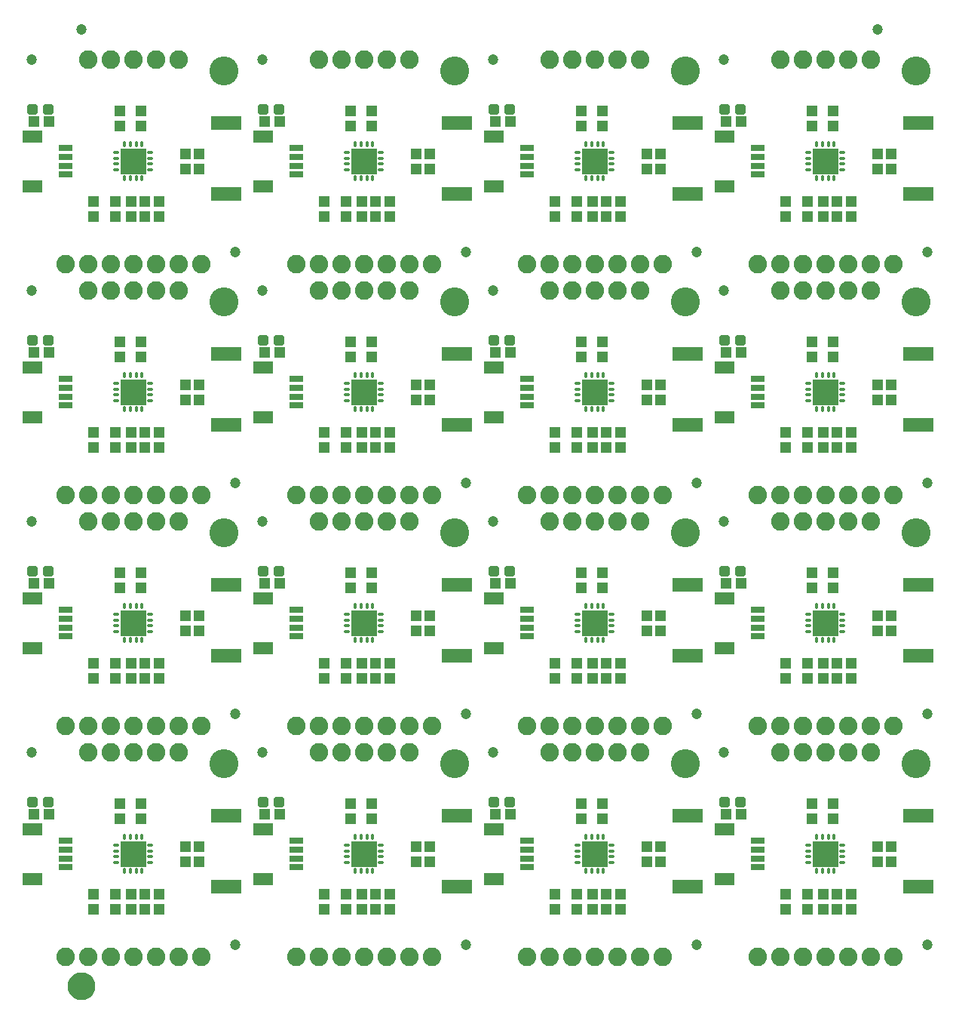
<source format=gts>
G75*
%MOIN*%
%OFA0B0*%
%FSLAX25Y25*%
%IPPOS*%
%LPD*%
%AMOC8*
5,1,8,0,0,1.08239X$1,22.5*
%
%ADD10R,0.08674X0.05524*%
%ADD11R,0.06115X0.03162*%
%ADD12R,0.04737X0.05131*%
%ADD13C,0.01990*%
%ADD14R,0.05131X0.04737*%
%ADD15C,0.08200*%
%ADD16C,0.12800*%
%ADD17C,0.04737*%
%ADD18R,0.13400X0.05900*%
%ADD19R,0.11430X0.11430*%
%ADD20C,0.01378*%
%ADD21C,0.05000*%
%ADD22C,0.06706*%
D10*
X0113865Y0083976D03*
X0113865Y0106024D03*
X0113865Y0185976D03*
X0113865Y0208024D03*
X0113865Y0287976D03*
X0113865Y0310024D03*
X0113865Y0389976D03*
X0113865Y0412024D03*
X0215865Y0412024D03*
X0215865Y0389976D03*
X0317865Y0389976D03*
X0317865Y0412024D03*
X0419865Y0412024D03*
X0419865Y0389976D03*
X0419865Y0310024D03*
X0419865Y0287976D03*
X0419865Y0208024D03*
X0419865Y0185976D03*
X0419865Y0106024D03*
X0419865Y0083976D03*
X0317865Y0083976D03*
X0317865Y0106024D03*
X0317865Y0185976D03*
X0317865Y0208024D03*
X0317865Y0287976D03*
X0317865Y0310024D03*
X0215865Y0310024D03*
X0215865Y0287976D03*
X0215865Y0208024D03*
X0215865Y0185976D03*
X0215865Y0106024D03*
X0215865Y0083976D03*
D11*
X0230333Y0089094D03*
X0230333Y0093031D03*
X0230333Y0096969D03*
X0230333Y0100906D03*
X0332333Y0100906D03*
X0332333Y0096969D03*
X0332333Y0093031D03*
X0332333Y0089094D03*
X0434333Y0089094D03*
X0434333Y0093031D03*
X0434333Y0096969D03*
X0434333Y0100906D03*
X0434333Y0191094D03*
X0434333Y0195031D03*
X0434333Y0198969D03*
X0434333Y0202906D03*
X0332333Y0202906D03*
X0332333Y0198969D03*
X0332333Y0195031D03*
X0332333Y0191094D03*
X0230333Y0191094D03*
X0230333Y0195031D03*
X0230333Y0198969D03*
X0230333Y0202906D03*
X0128333Y0202906D03*
X0128333Y0198969D03*
X0128333Y0195031D03*
X0128333Y0191094D03*
X0128333Y0100906D03*
X0128333Y0096969D03*
X0128333Y0093031D03*
X0128333Y0089094D03*
X0128333Y0293094D03*
X0128333Y0297031D03*
X0128333Y0300969D03*
X0128333Y0304906D03*
X0230333Y0304906D03*
X0230333Y0300969D03*
X0230333Y0297031D03*
X0230333Y0293094D03*
X0332333Y0293094D03*
X0332333Y0297031D03*
X0332333Y0300969D03*
X0332333Y0304906D03*
X0434333Y0304906D03*
X0434333Y0300969D03*
X0434333Y0297031D03*
X0434333Y0293094D03*
X0434333Y0395094D03*
X0434333Y0399031D03*
X0434333Y0402969D03*
X0434333Y0406906D03*
X0332333Y0406906D03*
X0332333Y0402969D03*
X0332333Y0399031D03*
X0332333Y0395094D03*
X0230333Y0395094D03*
X0230333Y0399031D03*
X0230333Y0402969D03*
X0230333Y0406906D03*
X0128333Y0406906D03*
X0128333Y0402969D03*
X0128333Y0399031D03*
X0128333Y0395094D03*
D12*
X0140833Y0383346D03*
X0140833Y0376654D03*
X0150333Y0376654D03*
X0150333Y0383346D03*
X0157333Y0383346D03*
X0163333Y0383346D03*
X0169833Y0383346D03*
X0169833Y0376654D03*
X0163333Y0376654D03*
X0157333Y0376654D03*
X0181333Y0397654D03*
X0187333Y0397654D03*
X0187333Y0404346D03*
X0181333Y0404346D03*
X0161833Y0416654D03*
X0161833Y0423346D03*
X0152333Y0423346D03*
X0152333Y0416654D03*
X0242833Y0383346D03*
X0242833Y0376654D03*
X0252333Y0376654D03*
X0252333Y0383346D03*
X0259333Y0383346D03*
X0265333Y0383346D03*
X0271833Y0383346D03*
X0271833Y0376654D03*
X0265333Y0376654D03*
X0259333Y0376654D03*
X0283333Y0397654D03*
X0289333Y0397654D03*
X0289333Y0404346D03*
X0283333Y0404346D03*
X0263833Y0416654D03*
X0263833Y0423346D03*
X0254333Y0423346D03*
X0254333Y0416654D03*
X0344833Y0383346D03*
X0344833Y0376654D03*
X0354333Y0376654D03*
X0354333Y0383346D03*
X0361333Y0383346D03*
X0367333Y0383346D03*
X0373833Y0383346D03*
X0373833Y0376654D03*
X0367333Y0376654D03*
X0361333Y0376654D03*
X0385333Y0397654D03*
X0391333Y0397654D03*
X0391333Y0404346D03*
X0385333Y0404346D03*
X0365833Y0416654D03*
X0365833Y0423346D03*
X0356333Y0423346D03*
X0356333Y0416654D03*
X0446833Y0383346D03*
X0446833Y0376654D03*
X0456333Y0376654D03*
X0456333Y0383346D03*
X0463333Y0383346D03*
X0469333Y0383346D03*
X0475833Y0383346D03*
X0475833Y0376654D03*
X0469333Y0376654D03*
X0463333Y0376654D03*
X0487333Y0397654D03*
X0493333Y0397654D03*
X0493333Y0404346D03*
X0487333Y0404346D03*
X0467833Y0416654D03*
X0467833Y0423346D03*
X0458333Y0423346D03*
X0458333Y0416654D03*
X0458333Y0321346D03*
X0458333Y0314654D03*
X0467833Y0314654D03*
X0467833Y0321346D03*
X0487333Y0302346D03*
X0493333Y0302346D03*
X0493333Y0295654D03*
X0487333Y0295654D03*
X0475833Y0281346D03*
X0469333Y0281346D03*
X0463333Y0281346D03*
X0456333Y0281346D03*
X0446833Y0281346D03*
X0446833Y0274654D03*
X0456333Y0274654D03*
X0463333Y0274654D03*
X0469333Y0274654D03*
X0475833Y0274654D03*
X0467833Y0219346D03*
X0458333Y0219346D03*
X0458333Y0212654D03*
X0467833Y0212654D03*
X0487333Y0200346D03*
X0493333Y0200346D03*
X0493333Y0193654D03*
X0487333Y0193654D03*
X0475833Y0179346D03*
X0469333Y0179346D03*
X0463333Y0179346D03*
X0463333Y0172654D03*
X0469333Y0172654D03*
X0475833Y0172654D03*
X0456333Y0172654D03*
X0456333Y0179346D03*
X0446833Y0179346D03*
X0446833Y0172654D03*
X0391333Y0193654D03*
X0385333Y0193654D03*
X0385333Y0200346D03*
X0391333Y0200346D03*
X0373833Y0179346D03*
X0367333Y0179346D03*
X0361333Y0179346D03*
X0361333Y0172654D03*
X0367333Y0172654D03*
X0373833Y0172654D03*
X0354333Y0172654D03*
X0354333Y0179346D03*
X0344833Y0179346D03*
X0344833Y0172654D03*
X0356333Y0212654D03*
X0365833Y0212654D03*
X0365833Y0219346D03*
X0356333Y0219346D03*
X0354333Y0274654D03*
X0361333Y0274654D03*
X0367333Y0274654D03*
X0373833Y0274654D03*
X0373833Y0281346D03*
X0367333Y0281346D03*
X0361333Y0281346D03*
X0354333Y0281346D03*
X0344833Y0281346D03*
X0344833Y0274654D03*
X0385333Y0295654D03*
X0391333Y0295654D03*
X0391333Y0302346D03*
X0385333Y0302346D03*
X0365833Y0314654D03*
X0365833Y0321346D03*
X0356333Y0321346D03*
X0356333Y0314654D03*
X0289333Y0302346D03*
X0283333Y0302346D03*
X0283333Y0295654D03*
X0289333Y0295654D03*
X0271833Y0281346D03*
X0265333Y0281346D03*
X0259333Y0281346D03*
X0252333Y0281346D03*
X0242833Y0281346D03*
X0242833Y0274654D03*
X0252333Y0274654D03*
X0259333Y0274654D03*
X0265333Y0274654D03*
X0271833Y0274654D03*
X0263833Y0314654D03*
X0263833Y0321346D03*
X0254333Y0321346D03*
X0254333Y0314654D03*
X0187333Y0302346D03*
X0181333Y0302346D03*
X0181333Y0295654D03*
X0187333Y0295654D03*
X0169833Y0281346D03*
X0163333Y0281346D03*
X0157333Y0281346D03*
X0157333Y0274654D03*
X0163333Y0274654D03*
X0169833Y0274654D03*
X0150333Y0274654D03*
X0140833Y0274654D03*
X0140833Y0281346D03*
X0150333Y0281346D03*
X0152333Y0314654D03*
X0152333Y0321346D03*
X0161833Y0321346D03*
X0161833Y0314654D03*
X0161833Y0219346D03*
X0152333Y0219346D03*
X0152333Y0212654D03*
X0161833Y0212654D03*
X0181333Y0200346D03*
X0187333Y0200346D03*
X0187333Y0193654D03*
X0181333Y0193654D03*
X0169833Y0179346D03*
X0163333Y0179346D03*
X0157333Y0179346D03*
X0157333Y0172654D03*
X0163333Y0172654D03*
X0169833Y0172654D03*
X0150333Y0172654D03*
X0150333Y0179346D03*
X0140833Y0179346D03*
X0140833Y0172654D03*
X0152333Y0117346D03*
X0152333Y0110654D03*
X0161833Y0110654D03*
X0161833Y0117346D03*
X0181333Y0098346D03*
X0187333Y0098346D03*
X0187333Y0091654D03*
X0181333Y0091654D03*
X0169833Y0077346D03*
X0163333Y0077346D03*
X0157333Y0077346D03*
X0157333Y0070654D03*
X0163333Y0070654D03*
X0169833Y0070654D03*
X0150333Y0070654D03*
X0150333Y0077346D03*
X0140833Y0077346D03*
X0140833Y0070654D03*
X0242833Y0070654D03*
X0242833Y0077346D03*
X0252333Y0077346D03*
X0252333Y0070654D03*
X0259333Y0070654D03*
X0265333Y0070654D03*
X0271833Y0070654D03*
X0271833Y0077346D03*
X0265333Y0077346D03*
X0259333Y0077346D03*
X0283333Y0091654D03*
X0289333Y0091654D03*
X0289333Y0098346D03*
X0283333Y0098346D03*
X0263833Y0110654D03*
X0263833Y0117346D03*
X0254333Y0117346D03*
X0254333Y0110654D03*
X0252333Y0172654D03*
X0252333Y0179346D03*
X0259333Y0179346D03*
X0265333Y0179346D03*
X0271833Y0179346D03*
X0271833Y0172654D03*
X0265333Y0172654D03*
X0259333Y0172654D03*
X0242833Y0172654D03*
X0242833Y0179346D03*
X0254333Y0212654D03*
X0254333Y0219346D03*
X0263833Y0219346D03*
X0263833Y0212654D03*
X0283333Y0200346D03*
X0289333Y0200346D03*
X0289333Y0193654D03*
X0283333Y0193654D03*
X0356333Y0117346D03*
X0356333Y0110654D03*
X0365833Y0110654D03*
X0365833Y0117346D03*
X0385333Y0098346D03*
X0391333Y0098346D03*
X0391333Y0091654D03*
X0385333Y0091654D03*
X0373833Y0077346D03*
X0367333Y0077346D03*
X0361333Y0077346D03*
X0361333Y0070654D03*
X0367333Y0070654D03*
X0373833Y0070654D03*
X0354333Y0070654D03*
X0354333Y0077346D03*
X0344833Y0077346D03*
X0344833Y0070654D03*
X0446833Y0070654D03*
X0446833Y0077346D03*
X0456333Y0077346D03*
X0456333Y0070654D03*
X0463333Y0070654D03*
X0469333Y0070654D03*
X0475833Y0070654D03*
X0475833Y0077346D03*
X0469333Y0077346D03*
X0463333Y0077346D03*
X0487333Y0091654D03*
X0493333Y0091654D03*
X0493333Y0098346D03*
X0487333Y0098346D03*
X0467833Y0110654D03*
X0467833Y0117346D03*
X0458333Y0117346D03*
X0458333Y0110654D03*
D13*
X0425413Y0116627D02*
X0425413Y0119373D01*
X0428159Y0119373D01*
X0428159Y0116627D01*
X0425413Y0116627D01*
X0425413Y0118517D02*
X0428159Y0118517D01*
X0418508Y0119373D02*
X0418508Y0116627D01*
X0418508Y0119373D02*
X0421254Y0119373D01*
X0421254Y0116627D01*
X0418508Y0116627D01*
X0418508Y0118517D02*
X0421254Y0118517D01*
X0323413Y0119373D02*
X0323413Y0116627D01*
X0323413Y0119373D02*
X0326159Y0119373D01*
X0326159Y0116627D01*
X0323413Y0116627D01*
X0323413Y0118517D02*
X0326159Y0118517D01*
X0316508Y0119373D02*
X0316508Y0116627D01*
X0316508Y0119373D02*
X0319254Y0119373D01*
X0319254Y0116627D01*
X0316508Y0116627D01*
X0316508Y0118517D02*
X0319254Y0118517D01*
X0221413Y0119373D02*
X0221413Y0116627D01*
X0221413Y0119373D02*
X0224159Y0119373D01*
X0224159Y0116627D01*
X0221413Y0116627D01*
X0221413Y0118517D02*
X0224159Y0118517D01*
X0214508Y0119373D02*
X0214508Y0116627D01*
X0214508Y0119373D02*
X0217254Y0119373D01*
X0217254Y0116627D01*
X0214508Y0116627D01*
X0214508Y0118517D02*
X0217254Y0118517D01*
X0119413Y0119373D02*
X0119413Y0116627D01*
X0119413Y0119373D02*
X0122159Y0119373D01*
X0122159Y0116627D01*
X0119413Y0116627D01*
X0119413Y0118517D02*
X0122159Y0118517D01*
X0112508Y0119373D02*
X0112508Y0116627D01*
X0112508Y0119373D02*
X0115254Y0119373D01*
X0115254Y0116627D01*
X0112508Y0116627D01*
X0112508Y0118517D02*
X0115254Y0118517D01*
X0112508Y0218627D02*
X0112508Y0221373D01*
X0115254Y0221373D01*
X0115254Y0218627D01*
X0112508Y0218627D01*
X0112508Y0220517D02*
X0115254Y0220517D01*
X0119413Y0221373D02*
X0119413Y0218627D01*
X0119413Y0221373D02*
X0122159Y0221373D01*
X0122159Y0218627D01*
X0119413Y0218627D01*
X0119413Y0220517D02*
X0122159Y0220517D01*
X0214508Y0221373D02*
X0214508Y0218627D01*
X0214508Y0221373D02*
X0217254Y0221373D01*
X0217254Y0218627D01*
X0214508Y0218627D01*
X0214508Y0220517D02*
X0217254Y0220517D01*
X0221413Y0221373D02*
X0221413Y0218627D01*
X0221413Y0221373D02*
X0224159Y0221373D01*
X0224159Y0218627D01*
X0221413Y0218627D01*
X0221413Y0220517D02*
X0224159Y0220517D01*
X0316508Y0221373D02*
X0316508Y0218627D01*
X0316508Y0221373D02*
X0319254Y0221373D01*
X0319254Y0218627D01*
X0316508Y0218627D01*
X0316508Y0220517D02*
X0319254Y0220517D01*
X0323413Y0221373D02*
X0323413Y0218627D01*
X0323413Y0221373D02*
X0326159Y0221373D01*
X0326159Y0218627D01*
X0323413Y0218627D01*
X0323413Y0220517D02*
X0326159Y0220517D01*
X0418508Y0221373D02*
X0418508Y0218627D01*
X0418508Y0221373D02*
X0421254Y0221373D01*
X0421254Y0218627D01*
X0418508Y0218627D01*
X0418508Y0220517D02*
X0421254Y0220517D01*
X0425413Y0221373D02*
X0425413Y0218627D01*
X0425413Y0221373D02*
X0428159Y0221373D01*
X0428159Y0218627D01*
X0425413Y0218627D01*
X0425413Y0220517D02*
X0428159Y0220517D01*
X0425413Y0320627D02*
X0425413Y0323373D01*
X0428159Y0323373D01*
X0428159Y0320627D01*
X0425413Y0320627D01*
X0425413Y0322517D02*
X0428159Y0322517D01*
X0418508Y0323373D02*
X0418508Y0320627D01*
X0418508Y0323373D02*
X0421254Y0323373D01*
X0421254Y0320627D01*
X0418508Y0320627D01*
X0418508Y0322517D02*
X0421254Y0322517D01*
X0323413Y0323373D02*
X0323413Y0320627D01*
X0323413Y0323373D02*
X0326159Y0323373D01*
X0326159Y0320627D01*
X0323413Y0320627D01*
X0323413Y0322517D02*
X0326159Y0322517D01*
X0316508Y0323373D02*
X0316508Y0320627D01*
X0316508Y0323373D02*
X0319254Y0323373D01*
X0319254Y0320627D01*
X0316508Y0320627D01*
X0316508Y0322517D02*
X0319254Y0322517D01*
X0221413Y0323373D02*
X0221413Y0320627D01*
X0221413Y0323373D02*
X0224159Y0323373D01*
X0224159Y0320627D01*
X0221413Y0320627D01*
X0221413Y0322517D02*
X0224159Y0322517D01*
X0214508Y0323373D02*
X0214508Y0320627D01*
X0214508Y0323373D02*
X0217254Y0323373D01*
X0217254Y0320627D01*
X0214508Y0320627D01*
X0214508Y0322517D02*
X0217254Y0322517D01*
X0119413Y0323373D02*
X0119413Y0320627D01*
X0119413Y0323373D02*
X0122159Y0323373D01*
X0122159Y0320627D01*
X0119413Y0320627D01*
X0119413Y0322517D02*
X0122159Y0322517D01*
X0112508Y0323373D02*
X0112508Y0320627D01*
X0112508Y0323373D02*
X0115254Y0323373D01*
X0115254Y0320627D01*
X0112508Y0320627D01*
X0112508Y0322517D02*
X0115254Y0322517D01*
X0112508Y0422627D02*
X0112508Y0425373D01*
X0115254Y0425373D01*
X0115254Y0422627D01*
X0112508Y0422627D01*
X0112508Y0424517D02*
X0115254Y0424517D01*
X0119413Y0425373D02*
X0119413Y0422627D01*
X0119413Y0425373D02*
X0122159Y0425373D01*
X0122159Y0422627D01*
X0119413Y0422627D01*
X0119413Y0424517D02*
X0122159Y0424517D01*
X0214508Y0425373D02*
X0214508Y0422627D01*
X0214508Y0425373D02*
X0217254Y0425373D01*
X0217254Y0422627D01*
X0214508Y0422627D01*
X0214508Y0424517D02*
X0217254Y0424517D01*
X0221413Y0425373D02*
X0221413Y0422627D01*
X0221413Y0425373D02*
X0224159Y0425373D01*
X0224159Y0422627D01*
X0221413Y0422627D01*
X0221413Y0424517D02*
X0224159Y0424517D01*
X0316508Y0425373D02*
X0316508Y0422627D01*
X0316508Y0425373D02*
X0319254Y0425373D01*
X0319254Y0422627D01*
X0316508Y0422627D01*
X0316508Y0424517D02*
X0319254Y0424517D01*
X0323413Y0425373D02*
X0323413Y0422627D01*
X0323413Y0425373D02*
X0326159Y0425373D01*
X0326159Y0422627D01*
X0323413Y0422627D01*
X0323413Y0424517D02*
X0326159Y0424517D01*
X0418508Y0425373D02*
X0418508Y0422627D01*
X0418508Y0425373D02*
X0421254Y0425373D01*
X0421254Y0422627D01*
X0418508Y0422627D01*
X0418508Y0424517D02*
X0421254Y0424517D01*
X0425413Y0425373D02*
X0425413Y0422627D01*
X0425413Y0425373D02*
X0428159Y0425373D01*
X0428159Y0422627D01*
X0425413Y0422627D01*
X0425413Y0424517D02*
X0428159Y0424517D01*
D14*
X0427180Y0418500D03*
X0420487Y0418500D03*
X0325180Y0418500D03*
X0318487Y0418500D03*
X0223180Y0418500D03*
X0216487Y0418500D03*
X0121180Y0418500D03*
X0114487Y0418500D03*
X0114487Y0316500D03*
X0121180Y0316500D03*
X0216487Y0316500D03*
X0223180Y0316500D03*
X0318487Y0316500D03*
X0325180Y0316500D03*
X0420487Y0316500D03*
X0427180Y0316500D03*
X0427180Y0214500D03*
X0420487Y0214500D03*
X0325180Y0214500D03*
X0318487Y0214500D03*
X0223180Y0214500D03*
X0216487Y0214500D03*
X0121180Y0214500D03*
X0114487Y0214500D03*
X0114487Y0112500D03*
X0121180Y0112500D03*
X0216487Y0112500D03*
X0223180Y0112500D03*
X0318487Y0112500D03*
X0325180Y0112500D03*
X0420487Y0112500D03*
X0427180Y0112500D03*
D15*
X0444333Y0140000D03*
X0454333Y0140000D03*
X0464333Y0140000D03*
X0474333Y0140000D03*
X0484333Y0140000D03*
X0484333Y0151500D03*
X0494333Y0151500D03*
X0474333Y0151500D03*
X0464333Y0151500D03*
X0454333Y0151500D03*
X0444333Y0151500D03*
X0434333Y0151500D03*
X0392333Y0151500D03*
X0382333Y0151500D03*
X0372333Y0151500D03*
X0362333Y0151500D03*
X0352333Y0151500D03*
X0342333Y0151500D03*
X0332333Y0151500D03*
X0342333Y0140000D03*
X0352333Y0140000D03*
X0362333Y0140000D03*
X0372333Y0140000D03*
X0382333Y0140000D03*
X0290333Y0151500D03*
X0280333Y0151500D03*
X0270333Y0151500D03*
X0260333Y0151500D03*
X0250333Y0151500D03*
X0240333Y0151500D03*
X0230333Y0151500D03*
X0240333Y0140000D03*
X0250333Y0140000D03*
X0260333Y0140000D03*
X0270333Y0140000D03*
X0280333Y0140000D03*
X0188333Y0151500D03*
X0178333Y0151500D03*
X0168333Y0151500D03*
X0158333Y0151500D03*
X0148333Y0151500D03*
X0138333Y0151500D03*
X0128333Y0151500D03*
X0138333Y0140000D03*
X0148333Y0140000D03*
X0158333Y0140000D03*
X0168333Y0140000D03*
X0178333Y0140000D03*
X0178333Y0049500D03*
X0188333Y0049500D03*
X0168333Y0049500D03*
X0158333Y0049500D03*
X0148333Y0049500D03*
X0138333Y0049500D03*
X0128333Y0049500D03*
X0230333Y0049500D03*
X0240333Y0049500D03*
X0250333Y0049500D03*
X0260333Y0049500D03*
X0270333Y0049500D03*
X0280333Y0049500D03*
X0290333Y0049500D03*
X0332333Y0049500D03*
X0342333Y0049500D03*
X0352333Y0049500D03*
X0362333Y0049500D03*
X0372333Y0049500D03*
X0382333Y0049500D03*
X0392333Y0049500D03*
X0434333Y0049500D03*
X0444333Y0049500D03*
X0454333Y0049500D03*
X0464333Y0049500D03*
X0474333Y0049500D03*
X0484333Y0049500D03*
X0494333Y0049500D03*
X0484333Y0242000D03*
X0474333Y0242000D03*
X0464333Y0242000D03*
X0454333Y0242000D03*
X0444333Y0242000D03*
X0444333Y0253500D03*
X0434333Y0253500D03*
X0454333Y0253500D03*
X0464333Y0253500D03*
X0474333Y0253500D03*
X0484333Y0253500D03*
X0494333Y0253500D03*
X0392333Y0253500D03*
X0382333Y0253500D03*
X0372333Y0253500D03*
X0362333Y0253500D03*
X0352333Y0253500D03*
X0342333Y0253500D03*
X0332333Y0253500D03*
X0342333Y0242000D03*
X0352333Y0242000D03*
X0362333Y0242000D03*
X0372333Y0242000D03*
X0382333Y0242000D03*
X0290333Y0253500D03*
X0280333Y0253500D03*
X0270333Y0253500D03*
X0260333Y0253500D03*
X0250333Y0253500D03*
X0240333Y0253500D03*
X0230333Y0253500D03*
X0240333Y0242000D03*
X0250333Y0242000D03*
X0260333Y0242000D03*
X0270333Y0242000D03*
X0280333Y0242000D03*
X0188333Y0253500D03*
X0178333Y0253500D03*
X0168333Y0253500D03*
X0158333Y0253500D03*
X0148333Y0253500D03*
X0138333Y0253500D03*
X0128333Y0253500D03*
X0138333Y0242000D03*
X0148333Y0242000D03*
X0158333Y0242000D03*
X0168333Y0242000D03*
X0178333Y0242000D03*
X0178333Y0344000D03*
X0168333Y0344000D03*
X0158333Y0344000D03*
X0148333Y0344000D03*
X0138333Y0344000D03*
X0138333Y0355500D03*
X0148333Y0355500D03*
X0158333Y0355500D03*
X0168333Y0355500D03*
X0178333Y0355500D03*
X0188333Y0355500D03*
X0230333Y0355500D03*
X0240333Y0355500D03*
X0250333Y0355500D03*
X0260333Y0355500D03*
X0270333Y0355500D03*
X0280333Y0355500D03*
X0290333Y0355500D03*
X0280333Y0344000D03*
X0270333Y0344000D03*
X0260333Y0344000D03*
X0250333Y0344000D03*
X0240333Y0344000D03*
X0332333Y0355500D03*
X0342333Y0355500D03*
X0352333Y0355500D03*
X0362333Y0355500D03*
X0372333Y0355500D03*
X0382333Y0355500D03*
X0392333Y0355500D03*
X0382333Y0344000D03*
X0372333Y0344000D03*
X0362333Y0344000D03*
X0352333Y0344000D03*
X0342333Y0344000D03*
X0434333Y0355500D03*
X0444333Y0355500D03*
X0454333Y0355500D03*
X0464333Y0355500D03*
X0474333Y0355500D03*
X0484333Y0355500D03*
X0494333Y0355500D03*
X0484333Y0344000D03*
X0474333Y0344000D03*
X0464333Y0344000D03*
X0454333Y0344000D03*
X0444333Y0344000D03*
X0444333Y0446000D03*
X0454333Y0446000D03*
X0464333Y0446000D03*
X0474333Y0446000D03*
X0484333Y0446000D03*
X0382333Y0446000D03*
X0372333Y0446000D03*
X0362333Y0446000D03*
X0352333Y0446000D03*
X0342333Y0446000D03*
X0280333Y0446000D03*
X0270333Y0446000D03*
X0260333Y0446000D03*
X0250333Y0446000D03*
X0240333Y0446000D03*
X0178333Y0446000D03*
X0168333Y0446000D03*
X0158333Y0446000D03*
X0148333Y0446000D03*
X0138333Y0446000D03*
X0128333Y0355500D03*
D16*
X0198333Y0339000D03*
X0300333Y0339000D03*
X0402333Y0339000D03*
X0504333Y0339000D03*
X0504333Y0441000D03*
X0402333Y0441000D03*
X0300333Y0441000D03*
X0198333Y0441000D03*
X0198333Y0237000D03*
X0300333Y0237000D03*
X0402333Y0237000D03*
X0504333Y0237000D03*
X0504333Y0135000D03*
X0402333Y0135000D03*
X0300333Y0135000D03*
X0198333Y0135000D03*
D17*
X0215333Y0140000D03*
X0203333Y0157000D03*
X0113333Y0140000D03*
X0203333Y0055000D03*
X0305333Y0055000D03*
X0317333Y0140000D03*
X0305333Y0157000D03*
X0317333Y0242000D03*
X0305333Y0259000D03*
X0215333Y0242000D03*
X0203333Y0259000D03*
X0113333Y0242000D03*
X0113333Y0344000D03*
X0203333Y0361000D03*
X0215333Y0344000D03*
X0305333Y0361000D03*
X0317333Y0344000D03*
X0407333Y0361000D03*
X0419333Y0344000D03*
X0509333Y0361000D03*
X0419333Y0446000D03*
X0487333Y0459250D03*
X0317333Y0446000D03*
X0215333Y0446000D03*
X0135333Y0459250D03*
X0113333Y0446000D03*
X0407333Y0259000D03*
X0419333Y0242000D03*
X0509333Y0259000D03*
X0509333Y0157000D03*
X0419333Y0140000D03*
X0407333Y0157000D03*
X0407333Y0055000D03*
X0509333Y0055000D03*
D18*
X0505333Y0080500D03*
X0505333Y0112000D03*
X0505333Y0182500D03*
X0505333Y0214000D03*
X0505333Y0284500D03*
X0505333Y0316000D03*
X0505333Y0386500D03*
X0505333Y0418000D03*
X0403333Y0418000D03*
X0403333Y0386500D03*
X0403333Y0316000D03*
X0403333Y0284500D03*
X0403333Y0214000D03*
X0403333Y0182500D03*
X0403333Y0112000D03*
X0403333Y0080500D03*
X0301333Y0080500D03*
X0301333Y0112000D03*
X0301333Y0182500D03*
X0301333Y0214000D03*
X0301333Y0284500D03*
X0301333Y0316000D03*
X0301333Y0386500D03*
X0301333Y0418000D03*
X0199333Y0418000D03*
X0199333Y0386500D03*
X0199333Y0316000D03*
X0199333Y0284500D03*
X0199333Y0214000D03*
X0199333Y0182500D03*
X0199333Y0112000D03*
X0199333Y0080500D03*
D19*
X0158359Y0095026D03*
X0260359Y0095026D03*
X0362359Y0095026D03*
X0464359Y0095026D03*
X0464359Y0197026D03*
X0362359Y0197026D03*
X0260359Y0197026D03*
X0158359Y0197026D03*
X0158359Y0299026D03*
X0260359Y0299026D03*
X0362359Y0299026D03*
X0464359Y0299026D03*
X0464359Y0401026D03*
X0362359Y0401026D03*
X0260359Y0401026D03*
X0158359Y0401026D03*
D20*
X0157084Y0407853D02*
X0157084Y0409231D01*
X0159643Y0409231D02*
X0159643Y0407853D01*
X0162202Y0407853D02*
X0162202Y0409231D01*
X0165210Y0404865D02*
X0166588Y0404865D01*
X0166580Y0402306D02*
X0165202Y0402306D01*
X0165210Y0399746D02*
X0166588Y0399746D01*
X0166588Y0397187D02*
X0165210Y0397187D01*
X0162198Y0394180D02*
X0162198Y0392802D01*
X0159639Y0392802D02*
X0159639Y0394180D01*
X0157080Y0394180D02*
X0157080Y0392802D01*
X0154521Y0392802D02*
X0154521Y0394180D01*
X0151509Y0397187D02*
X0150131Y0397187D01*
X0150131Y0399746D02*
X0151509Y0399746D01*
X0151501Y0402306D02*
X0150123Y0402306D01*
X0150131Y0404865D02*
X0151509Y0404865D01*
X0154517Y0407853D02*
X0154517Y0409231D01*
X0252131Y0404865D02*
X0253509Y0404865D01*
X0253501Y0402306D02*
X0252123Y0402306D01*
X0252131Y0399746D02*
X0253509Y0399746D01*
X0253509Y0397187D02*
X0252131Y0397187D01*
X0256521Y0394180D02*
X0256521Y0392802D01*
X0259080Y0392802D02*
X0259080Y0394180D01*
X0261639Y0394180D02*
X0261639Y0392802D01*
X0264198Y0392802D02*
X0264198Y0394180D01*
X0267210Y0397187D02*
X0268588Y0397187D01*
X0268588Y0399746D02*
X0267210Y0399746D01*
X0267202Y0402306D02*
X0268580Y0402306D01*
X0268588Y0404865D02*
X0267210Y0404865D01*
X0264202Y0407853D02*
X0264202Y0409231D01*
X0261643Y0409231D02*
X0261643Y0407853D01*
X0259084Y0407853D02*
X0259084Y0409231D01*
X0256517Y0409231D02*
X0256517Y0407853D01*
X0354131Y0404865D02*
X0355509Y0404865D01*
X0355501Y0402306D02*
X0354123Y0402306D01*
X0354131Y0399746D02*
X0355509Y0399746D01*
X0355509Y0397187D02*
X0354131Y0397187D01*
X0358521Y0394180D02*
X0358521Y0392802D01*
X0361080Y0392802D02*
X0361080Y0394180D01*
X0363639Y0394180D02*
X0363639Y0392802D01*
X0366198Y0392802D02*
X0366198Y0394180D01*
X0369210Y0397187D02*
X0370588Y0397187D01*
X0370588Y0399746D02*
X0369210Y0399746D01*
X0369202Y0402306D02*
X0370580Y0402306D01*
X0370588Y0404865D02*
X0369210Y0404865D01*
X0366202Y0407853D02*
X0366202Y0409231D01*
X0363643Y0409231D02*
X0363643Y0407853D01*
X0361084Y0407853D02*
X0361084Y0409231D01*
X0358517Y0409231D02*
X0358517Y0407853D01*
X0456131Y0404865D02*
X0457509Y0404865D01*
X0457501Y0402306D02*
X0456123Y0402306D01*
X0456131Y0399746D02*
X0457509Y0399746D01*
X0457509Y0397187D02*
X0456131Y0397187D01*
X0460521Y0394180D02*
X0460521Y0392802D01*
X0463080Y0392802D02*
X0463080Y0394180D01*
X0465639Y0394180D02*
X0465639Y0392802D01*
X0468198Y0392802D02*
X0468198Y0394180D01*
X0471210Y0397187D02*
X0472588Y0397187D01*
X0472588Y0399746D02*
X0471210Y0399746D01*
X0471202Y0402306D02*
X0472580Y0402306D01*
X0472588Y0404865D02*
X0471210Y0404865D01*
X0468202Y0407853D02*
X0468202Y0409231D01*
X0465643Y0409231D02*
X0465643Y0407853D01*
X0463084Y0407853D02*
X0463084Y0409231D01*
X0460517Y0409231D02*
X0460517Y0407853D01*
X0460517Y0307231D02*
X0460517Y0305853D01*
X0463084Y0305853D02*
X0463084Y0307231D01*
X0465643Y0307231D02*
X0465643Y0305853D01*
X0468202Y0305853D02*
X0468202Y0307231D01*
X0471210Y0302865D02*
X0472588Y0302865D01*
X0472580Y0300306D02*
X0471202Y0300306D01*
X0471210Y0297746D02*
X0472588Y0297746D01*
X0472588Y0295187D02*
X0471210Y0295187D01*
X0468198Y0292180D02*
X0468198Y0290802D01*
X0465639Y0290802D02*
X0465639Y0292180D01*
X0463080Y0292180D02*
X0463080Y0290802D01*
X0460521Y0290802D02*
X0460521Y0292180D01*
X0457509Y0295187D02*
X0456131Y0295187D01*
X0456131Y0297746D02*
X0457509Y0297746D01*
X0457501Y0300306D02*
X0456123Y0300306D01*
X0456131Y0302865D02*
X0457509Y0302865D01*
X0370588Y0302865D02*
X0369210Y0302865D01*
X0369202Y0300306D02*
X0370580Y0300306D01*
X0370588Y0297746D02*
X0369210Y0297746D01*
X0369210Y0295187D02*
X0370588Y0295187D01*
X0366198Y0292180D02*
X0366198Y0290802D01*
X0363639Y0290802D02*
X0363639Y0292180D01*
X0361080Y0292180D02*
X0361080Y0290802D01*
X0358521Y0290802D02*
X0358521Y0292180D01*
X0355509Y0295187D02*
X0354131Y0295187D01*
X0354131Y0297746D02*
X0355509Y0297746D01*
X0355501Y0300306D02*
X0354123Y0300306D01*
X0354131Y0302865D02*
X0355509Y0302865D01*
X0358517Y0305853D02*
X0358517Y0307231D01*
X0361084Y0307231D02*
X0361084Y0305853D01*
X0363643Y0305853D02*
X0363643Y0307231D01*
X0366202Y0307231D02*
X0366202Y0305853D01*
X0268588Y0302865D02*
X0267210Y0302865D01*
X0267202Y0300306D02*
X0268580Y0300306D01*
X0268588Y0297746D02*
X0267210Y0297746D01*
X0267210Y0295187D02*
X0268588Y0295187D01*
X0264198Y0292180D02*
X0264198Y0290802D01*
X0261639Y0290802D02*
X0261639Y0292180D01*
X0259080Y0292180D02*
X0259080Y0290802D01*
X0256521Y0290802D02*
X0256521Y0292180D01*
X0253509Y0295187D02*
X0252131Y0295187D01*
X0252131Y0297746D02*
X0253509Y0297746D01*
X0253501Y0300306D02*
X0252123Y0300306D01*
X0252131Y0302865D02*
X0253509Y0302865D01*
X0256517Y0305853D02*
X0256517Y0307231D01*
X0259084Y0307231D02*
X0259084Y0305853D01*
X0261643Y0305853D02*
X0261643Y0307231D01*
X0264202Y0307231D02*
X0264202Y0305853D01*
X0166588Y0302865D02*
X0165210Y0302865D01*
X0165202Y0300306D02*
X0166580Y0300306D01*
X0166588Y0297746D02*
X0165210Y0297746D01*
X0165210Y0295187D02*
X0166588Y0295187D01*
X0162198Y0292180D02*
X0162198Y0290802D01*
X0159639Y0290802D02*
X0159639Y0292180D01*
X0157080Y0292180D02*
X0157080Y0290802D01*
X0154521Y0290802D02*
X0154521Y0292180D01*
X0151509Y0295187D02*
X0150131Y0295187D01*
X0150131Y0297746D02*
X0151509Y0297746D01*
X0151501Y0300306D02*
X0150123Y0300306D01*
X0150131Y0302865D02*
X0151509Y0302865D01*
X0154517Y0305853D02*
X0154517Y0307231D01*
X0157084Y0307231D02*
X0157084Y0305853D01*
X0159643Y0305853D02*
X0159643Y0307231D01*
X0162202Y0307231D02*
X0162202Y0305853D01*
X0162202Y0205231D02*
X0162202Y0203853D01*
X0159643Y0203853D02*
X0159643Y0205231D01*
X0157084Y0205231D02*
X0157084Y0203853D01*
X0154517Y0203853D02*
X0154517Y0205231D01*
X0151509Y0200865D02*
X0150131Y0200865D01*
X0150123Y0198306D02*
X0151501Y0198306D01*
X0151509Y0195746D02*
X0150131Y0195746D01*
X0150131Y0193187D02*
X0151509Y0193187D01*
X0154521Y0190180D02*
X0154521Y0188802D01*
X0157080Y0188802D02*
X0157080Y0190180D01*
X0159639Y0190180D02*
X0159639Y0188802D01*
X0162198Y0188802D02*
X0162198Y0190180D01*
X0165210Y0193187D02*
X0166588Y0193187D01*
X0166588Y0195746D02*
X0165210Y0195746D01*
X0165202Y0198306D02*
X0166580Y0198306D01*
X0166588Y0200865D02*
X0165210Y0200865D01*
X0252131Y0200865D02*
X0253509Y0200865D01*
X0253501Y0198306D02*
X0252123Y0198306D01*
X0252131Y0195746D02*
X0253509Y0195746D01*
X0253509Y0193187D02*
X0252131Y0193187D01*
X0256521Y0190180D02*
X0256521Y0188802D01*
X0259080Y0188802D02*
X0259080Y0190180D01*
X0261639Y0190180D02*
X0261639Y0188802D01*
X0264198Y0188802D02*
X0264198Y0190180D01*
X0267210Y0193187D02*
X0268588Y0193187D01*
X0268588Y0195746D02*
X0267210Y0195746D01*
X0267202Y0198306D02*
X0268580Y0198306D01*
X0268588Y0200865D02*
X0267210Y0200865D01*
X0264202Y0203853D02*
X0264202Y0205231D01*
X0261643Y0205231D02*
X0261643Y0203853D01*
X0259084Y0203853D02*
X0259084Y0205231D01*
X0256517Y0205231D02*
X0256517Y0203853D01*
X0354131Y0200865D02*
X0355509Y0200865D01*
X0355501Y0198306D02*
X0354123Y0198306D01*
X0354131Y0195746D02*
X0355509Y0195746D01*
X0355509Y0193187D02*
X0354131Y0193187D01*
X0358521Y0190180D02*
X0358521Y0188802D01*
X0361080Y0188802D02*
X0361080Y0190180D01*
X0363639Y0190180D02*
X0363639Y0188802D01*
X0366198Y0188802D02*
X0366198Y0190180D01*
X0369210Y0193187D02*
X0370588Y0193187D01*
X0370588Y0195746D02*
X0369210Y0195746D01*
X0369202Y0198306D02*
X0370580Y0198306D01*
X0370588Y0200865D02*
X0369210Y0200865D01*
X0366202Y0203853D02*
X0366202Y0205231D01*
X0363643Y0205231D02*
X0363643Y0203853D01*
X0361084Y0203853D02*
X0361084Y0205231D01*
X0358517Y0205231D02*
X0358517Y0203853D01*
X0456131Y0200865D02*
X0457509Y0200865D01*
X0457501Y0198306D02*
X0456123Y0198306D01*
X0456131Y0195746D02*
X0457509Y0195746D01*
X0457509Y0193187D02*
X0456131Y0193187D01*
X0460521Y0190180D02*
X0460521Y0188802D01*
X0463080Y0188802D02*
X0463080Y0190180D01*
X0465639Y0190180D02*
X0465639Y0188802D01*
X0468198Y0188802D02*
X0468198Y0190180D01*
X0471210Y0193187D02*
X0472588Y0193187D01*
X0472588Y0195746D02*
X0471210Y0195746D01*
X0471202Y0198306D02*
X0472580Y0198306D01*
X0472588Y0200865D02*
X0471210Y0200865D01*
X0468202Y0203853D02*
X0468202Y0205231D01*
X0465643Y0205231D02*
X0465643Y0203853D01*
X0463084Y0203853D02*
X0463084Y0205231D01*
X0460517Y0205231D02*
X0460517Y0203853D01*
X0460517Y0103231D02*
X0460517Y0101853D01*
X0463084Y0101853D02*
X0463084Y0103231D01*
X0465643Y0103231D02*
X0465643Y0101853D01*
X0468202Y0101853D02*
X0468202Y0103231D01*
X0471210Y0098865D02*
X0472588Y0098865D01*
X0472580Y0096306D02*
X0471202Y0096306D01*
X0471210Y0093746D02*
X0472588Y0093746D01*
X0472588Y0091187D02*
X0471210Y0091187D01*
X0468198Y0088180D02*
X0468198Y0086802D01*
X0465639Y0086802D02*
X0465639Y0088180D01*
X0463080Y0088180D02*
X0463080Y0086802D01*
X0460521Y0086802D02*
X0460521Y0088180D01*
X0457509Y0091187D02*
X0456131Y0091187D01*
X0456131Y0093746D02*
X0457509Y0093746D01*
X0457501Y0096306D02*
X0456123Y0096306D01*
X0456131Y0098865D02*
X0457509Y0098865D01*
X0370588Y0098865D02*
X0369210Y0098865D01*
X0369202Y0096306D02*
X0370580Y0096306D01*
X0370588Y0093746D02*
X0369210Y0093746D01*
X0369210Y0091187D02*
X0370588Y0091187D01*
X0366198Y0088180D02*
X0366198Y0086802D01*
X0363639Y0086802D02*
X0363639Y0088180D01*
X0361080Y0088180D02*
X0361080Y0086802D01*
X0358521Y0086802D02*
X0358521Y0088180D01*
X0355509Y0091187D02*
X0354131Y0091187D01*
X0354131Y0093746D02*
X0355509Y0093746D01*
X0355501Y0096306D02*
X0354123Y0096306D01*
X0354131Y0098865D02*
X0355509Y0098865D01*
X0358517Y0101853D02*
X0358517Y0103231D01*
X0361084Y0103231D02*
X0361084Y0101853D01*
X0363643Y0101853D02*
X0363643Y0103231D01*
X0366202Y0103231D02*
X0366202Y0101853D01*
X0268588Y0098865D02*
X0267210Y0098865D01*
X0267202Y0096306D02*
X0268580Y0096306D01*
X0268588Y0093746D02*
X0267210Y0093746D01*
X0267210Y0091187D02*
X0268588Y0091187D01*
X0264198Y0088180D02*
X0264198Y0086802D01*
X0261639Y0086802D02*
X0261639Y0088180D01*
X0259080Y0088180D02*
X0259080Y0086802D01*
X0256521Y0086802D02*
X0256521Y0088180D01*
X0253509Y0091187D02*
X0252131Y0091187D01*
X0252131Y0093746D02*
X0253509Y0093746D01*
X0253501Y0096306D02*
X0252123Y0096306D01*
X0252131Y0098865D02*
X0253509Y0098865D01*
X0256517Y0101853D02*
X0256517Y0103231D01*
X0259084Y0103231D02*
X0259084Y0101853D01*
X0261643Y0101853D02*
X0261643Y0103231D01*
X0264202Y0103231D02*
X0264202Y0101853D01*
X0166588Y0098865D02*
X0165210Y0098865D01*
X0165202Y0096306D02*
X0166580Y0096306D01*
X0166588Y0093746D02*
X0165210Y0093746D01*
X0165210Y0091187D02*
X0166588Y0091187D01*
X0162198Y0088180D02*
X0162198Y0086802D01*
X0159639Y0086802D02*
X0159639Y0088180D01*
X0157080Y0088180D02*
X0157080Y0086802D01*
X0154521Y0086802D02*
X0154521Y0088180D01*
X0151509Y0091187D02*
X0150131Y0091187D01*
X0150131Y0093746D02*
X0151509Y0093746D01*
X0151501Y0096306D02*
X0150123Y0096306D01*
X0150131Y0098865D02*
X0151509Y0098865D01*
X0154517Y0101853D02*
X0154517Y0103231D01*
X0157084Y0103231D02*
X0157084Y0101853D01*
X0159643Y0101853D02*
X0159643Y0103231D01*
X0162202Y0103231D02*
X0162202Y0101853D01*
D21*
X0131768Y0036750D02*
X0131770Y0036869D01*
X0131776Y0036988D01*
X0131786Y0037107D01*
X0131800Y0037225D01*
X0131818Y0037343D01*
X0131839Y0037460D01*
X0131865Y0037576D01*
X0131895Y0037692D01*
X0131928Y0037806D01*
X0131965Y0037919D01*
X0132006Y0038031D01*
X0132051Y0038142D01*
X0132099Y0038251D01*
X0132151Y0038358D01*
X0132207Y0038463D01*
X0132266Y0038567D01*
X0132328Y0038668D01*
X0132394Y0038768D01*
X0132463Y0038865D01*
X0132535Y0038959D01*
X0132611Y0039052D01*
X0132689Y0039141D01*
X0132770Y0039228D01*
X0132855Y0039313D01*
X0132942Y0039394D01*
X0133031Y0039472D01*
X0133124Y0039548D01*
X0133218Y0039620D01*
X0133315Y0039689D01*
X0133415Y0039755D01*
X0133516Y0039817D01*
X0133620Y0039876D01*
X0133725Y0039932D01*
X0133832Y0039984D01*
X0133941Y0040032D01*
X0134052Y0040077D01*
X0134164Y0040118D01*
X0134277Y0040155D01*
X0134391Y0040188D01*
X0134507Y0040218D01*
X0134623Y0040244D01*
X0134740Y0040265D01*
X0134858Y0040283D01*
X0134976Y0040297D01*
X0135095Y0040307D01*
X0135214Y0040313D01*
X0135333Y0040315D01*
X0135452Y0040313D01*
X0135571Y0040307D01*
X0135690Y0040297D01*
X0135808Y0040283D01*
X0135926Y0040265D01*
X0136043Y0040244D01*
X0136159Y0040218D01*
X0136275Y0040188D01*
X0136389Y0040155D01*
X0136502Y0040118D01*
X0136614Y0040077D01*
X0136725Y0040032D01*
X0136834Y0039984D01*
X0136941Y0039932D01*
X0137046Y0039876D01*
X0137150Y0039817D01*
X0137251Y0039755D01*
X0137351Y0039689D01*
X0137448Y0039620D01*
X0137542Y0039548D01*
X0137635Y0039472D01*
X0137724Y0039394D01*
X0137811Y0039313D01*
X0137896Y0039228D01*
X0137977Y0039141D01*
X0138055Y0039052D01*
X0138131Y0038959D01*
X0138203Y0038865D01*
X0138272Y0038768D01*
X0138338Y0038668D01*
X0138400Y0038567D01*
X0138459Y0038463D01*
X0138515Y0038358D01*
X0138567Y0038251D01*
X0138615Y0038142D01*
X0138660Y0038031D01*
X0138701Y0037919D01*
X0138738Y0037806D01*
X0138771Y0037692D01*
X0138801Y0037576D01*
X0138827Y0037460D01*
X0138848Y0037343D01*
X0138866Y0037225D01*
X0138880Y0037107D01*
X0138890Y0036988D01*
X0138896Y0036869D01*
X0138898Y0036750D01*
X0138896Y0036631D01*
X0138890Y0036512D01*
X0138880Y0036393D01*
X0138866Y0036275D01*
X0138848Y0036157D01*
X0138827Y0036040D01*
X0138801Y0035924D01*
X0138771Y0035808D01*
X0138738Y0035694D01*
X0138701Y0035581D01*
X0138660Y0035469D01*
X0138615Y0035358D01*
X0138567Y0035249D01*
X0138515Y0035142D01*
X0138459Y0035037D01*
X0138400Y0034933D01*
X0138338Y0034832D01*
X0138272Y0034732D01*
X0138203Y0034635D01*
X0138131Y0034541D01*
X0138055Y0034448D01*
X0137977Y0034359D01*
X0137896Y0034272D01*
X0137811Y0034187D01*
X0137724Y0034106D01*
X0137635Y0034028D01*
X0137542Y0033952D01*
X0137448Y0033880D01*
X0137351Y0033811D01*
X0137251Y0033745D01*
X0137150Y0033683D01*
X0137046Y0033624D01*
X0136941Y0033568D01*
X0136834Y0033516D01*
X0136725Y0033468D01*
X0136614Y0033423D01*
X0136502Y0033382D01*
X0136389Y0033345D01*
X0136275Y0033312D01*
X0136159Y0033282D01*
X0136043Y0033256D01*
X0135926Y0033235D01*
X0135808Y0033217D01*
X0135690Y0033203D01*
X0135571Y0033193D01*
X0135452Y0033187D01*
X0135333Y0033185D01*
X0135214Y0033187D01*
X0135095Y0033193D01*
X0134976Y0033203D01*
X0134858Y0033217D01*
X0134740Y0033235D01*
X0134623Y0033256D01*
X0134507Y0033282D01*
X0134391Y0033312D01*
X0134277Y0033345D01*
X0134164Y0033382D01*
X0134052Y0033423D01*
X0133941Y0033468D01*
X0133832Y0033516D01*
X0133725Y0033568D01*
X0133620Y0033624D01*
X0133516Y0033683D01*
X0133415Y0033745D01*
X0133315Y0033811D01*
X0133218Y0033880D01*
X0133124Y0033952D01*
X0133031Y0034028D01*
X0132942Y0034106D01*
X0132855Y0034187D01*
X0132770Y0034272D01*
X0132689Y0034359D01*
X0132611Y0034448D01*
X0132535Y0034541D01*
X0132463Y0034635D01*
X0132394Y0034732D01*
X0132328Y0034832D01*
X0132266Y0034933D01*
X0132207Y0035037D01*
X0132151Y0035142D01*
X0132099Y0035249D01*
X0132051Y0035358D01*
X0132006Y0035469D01*
X0131965Y0035581D01*
X0131928Y0035694D01*
X0131895Y0035808D01*
X0131865Y0035924D01*
X0131839Y0036040D01*
X0131818Y0036157D01*
X0131800Y0036275D01*
X0131786Y0036393D01*
X0131776Y0036512D01*
X0131770Y0036631D01*
X0131768Y0036750D01*
D22*
X0135333Y0036750D03*
M02*

</source>
